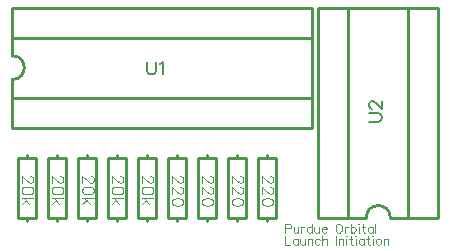
<source format=gto>
G04 ---------------------------- Layer name :TOP SILK LAYER*
G04 EasyEDA v5.7.22, Tue, 28 Aug 2018 22:53:05 GMT*
G04 1f8b3ca3c2ad4f10b54c6f686152f78d*
G04 Gerber Generator version 0.2*
G04 Scale: 100 percent, Rotated: No, Reflected: No *
G04 Dimensions in millimeters *
G04 leading zeros omitted , absolute positions ,3 integer and 3 decimal *
%FSLAX33Y33*%
%MOMM*%
G90*
G71D02*

%ADD10C,0.254000*%
%ADD14C,0.177800*%
%ADD15C,0.101600*%
%ADD16C,0.076200*%

%LPD*%
G54D10*
G01X26162Y22606D02*
G01X762Y22606D01*
G01X762Y12446D02*
G01X26162Y12446D01*
G01X26162Y22606D02*
G01X26162Y20066D01*
G01X762Y22606D02*
G01X762Y20066D01*
G01X762Y12446D02*
G01X762Y14986D01*
G01X762Y20066D02*
G01X26162Y20066D01*
G01X762Y20066D02*
G01X762Y18542D01*
G01X26162Y20066D02*
G01X26162Y14986D01*
G01X762Y14986D02*
G01X26162Y14986D01*
G01X762Y14986D02*
G01X762Y16510D01*
G01X26162Y14986D02*
G01X26162Y12446D01*
G01X26670Y22606D02*
G01X26670Y4826D01*
G01X36830Y4826D02*
G01X36830Y22606D01*
G01X26670Y22606D02*
G01X29210Y22606D01*
G01X26670Y4826D02*
G01X29210Y4826D01*
G01X36830Y4826D02*
G01X34290Y4826D01*
G01X29210Y4826D02*
G01X29210Y22606D01*
G01X29210Y4826D02*
G01X30734Y4826D01*
G01X29210Y22606D02*
G01X34290Y22606D01*
G01X34290Y4826D02*
G01X34290Y22606D01*
G01X34290Y4826D02*
G01X32766Y4826D01*
G01X34290Y22606D02*
G01X36830Y22606D01*
G01X13970Y4826D02*
G01X13970Y9906D01*
G01X13970Y9906D02*
G01X14732Y9906D01*
G01X14732Y9906D02*
G01X15494Y9906D01*
G01X15494Y9906D02*
G01X15494Y4826D01*
G01X15494Y4826D02*
G01X14732Y4826D01*
G01X14732Y4826D02*
G01X13970Y4826D01*
G01X14732Y9906D02*
G01X14732Y10160D01*
G01X14732Y4826D02*
G01X14732Y4572D01*
G01X16510Y4826D02*
G01X16510Y9906D01*
G01X16510Y9906D02*
G01X17272Y9906D01*
G01X17272Y9906D02*
G01X18034Y9906D01*
G01X18034Y9906D02*
G01X18034Y4826D01*
G01X18034Y4826D02*
G01X17272Y4826D01*
G01X17272Y4826D02*
G01X16510Y4826D01*
G01X17272Y9906D02*
G01X17272Y10160D01*
G01X17272Y4826D02*
G01X17272Y4572D01*
G01X19050Y4826D02*
G01X19050Y9906D01*
G01X19050Y9906D02*
G01X19812Y9906D01*
G01X19812Y9906D02*
G01X20574Y9906D01*
G01X20574Y9906D02*
G01X20574Y4826D01*
G01X20574Y4826D02*
G01X19812Y4826D01*
G01X19812Y4826D02*
G01X19050Y4826D01*
G01X19812Y9906D02*
G01X19812Y10160D01*
G01X19812Y4826D02*
G01X19812Y4572D01*
G01X21590Y4826D02*
G01X21590Y9906D01*
G01X21590Y9906D02*
G01X22352Y9906D01*
G01X22352Y9906D02*
G01X23114Y9906D01*
G01X23114Y9906D02*
G01X23114Y4826D01*
G01X23114Y4826D02*
G01X22352Y4826D01*
G01X22352Y4826D02*
G01X21590Y4826D01*
G01X22352Y9906D02*
G01X22352Y10160D01*
G01X22352Y4826D02*
G01X22352Y4572D01*
G01X1270Y4826D02*
G01X1270Y9906D01*
G01X1270Y9906D02*
G01X2032Y9906D01*
G01X2032Y9906D02*
G01X2794Y9906D01*
G01X2794Y9906D02*
G01X2794Y4826D01*
G01X2794Y4826D02*
G01X2032Y4826D01*
G01X2032Y4826D02*
G01X1270Y4826D01*
G01X2032Y9906D02*
G01X2032Y10160D01*
G01X2032Y4826D02*
G01X2032Y4572D01*
G01X3810Y4826D02*
G01X3810Y9906D01*
G01X3810Y9906D02*
G01X4572Y9906D01*
G01X4572Y9906D02*
G01X5334Y9906D01*
G01X5334Y9906D02*
G01X5334Y4826D01*
G01X5334Y4826D02*
G01X4572Y4826D01*
G01X4572Y4826D02*
G01X3810Y4826D01*
G01X4572Y9906D02*
G01X4572Y10160D01*
G01X4572Y4826D02*
G01X4572Y4572D01*
G01X6350Y4826D02*
G01X6350Y9906D01*
G01X6350Y9906D02*
G01X7112Y9906D01*
G01X7112Y9906D02*
G01X7874Y9906D01*
G01X7874Y9906D02*
G01X7874Y4826D01*
G01X7874Y4826D02*
G01X7112Y4826D01*
G01X7112Y4826D02*
G01X6350Y4826D01*
G01X7112Y9906D02*
G01X7112Y10160D01*
G01X7112Y4826D02*
G01X7112Y4572D01*
G01X8890Y4826D02*
G01X8890Y9906D01*
G01X8890Y9906D02*
G01X9652Y9906D01*
G01X9652Y9906D02*
G01X10414Y9906D01*
G01X10414Y9906D02*
G01X10414Y4826D01*
G01X10414Y4826D02*
G01X9652Y4826D01*
G01X9652Y4826D02*
G01X8890Y4826D01*
G01X9652Y9906D02*
G01X9652Y10160D01*
G01X9652Y4826D02*
G01X9652Y4572D01*
G01X11430Y4826D02*
G01X11430Y9906D01*
G01X11430Y9906D02*
G01X12192Y9906D01*
G01X12192Y9906D02*
G01X12954Y9906D01*
G01X12954Y9906D02*
G01X12954Y4826D01*
G01X12954Y4826D02*
G01X12192Y4826D01*
G01X12192Y4826D02*
G01X11430Y4826D01*
G01X12192Y9906D02*
G01X12192Y10160D01*
G01X12192Y4826D02*
G01X12192Y4572D01*
G54D14*
G01X12192Y18034D02*
G01X12192Y17256D01*
G01X12242Y17099D01*
G01X12346Y16995D01*
G01X12504Y16944D01*
G01X12608Y16944D01*
G01X12763Y16995D01*
G01X12867Y17099D01*
G01X12918Y17256D01*
G01X12918Y18034D01*
G01X13261Y17828D02*
G01X13365Y17879D01*
G01X13522Y18034D01*
G01X13522Y16944D01*
G01X30988Y12933D02*
G01X31765Y12933D01*
G01X31922Y12984D01*
G01X32026Y13088D01*
G01X32077Y13246D01*
G01X32077Y13350D01*
G01X32026Y13505D01*
G01X31922Y13609D01*
G01X31765Y13660D01*
G01X30988Y13660D01*
G01X31247Y14056D02*
G01X31193Y14056D01*
G01X31089Y14107D01*
G01X31038Y14160D01*
G01X30988Y14264D01*
G01X30988Y14470D01*
G01X31038Y14574D01*
G01X31089Y14627D01*
G01X31193Y14678D01*
G01X31297Y14678D01*
G01X31402Y14627D01*
G01X31559Y14523D01*
G01X32077Y14002D01*
G01X32077Y14731D01*
G54D15*
G01X2308Y8336D02*
G01X2354Y8336D01*
G01X2448Y8290D01*
G01X2494Y8242D01*
G01X2540Y8150D01*
G01X2540Y7965D01*
G01X2494Y7874D01*
G01X2448Y7828D01*
G01X2354Y7782D01*
G01X2263Y7782D01*
G01X2171Y7828D01*
G01X2032Y7919D01*
G01X1569Y8382D01*
G01X1569Y7734D01*
G01X2540Y7152D02*
G01X2494Y7292D01*
G01X2354Y7383D01*
G01X2126Y7429D01*
G01X1986Y7429D01*
G01X1755Y7383D01*
G01X1618Y7292D01*
G01X1569Y7152D01*
G01X1569Y7061D01*
G01X1618Y6921D01*
G01X1755Y6830D01*
G01X1986Y6784D01*
G01X2126Y6784D01*
G01X2354Y6830D01*
G01X2494Y6921D01*
G01X2540Y7061D01*
G01X2540Y7152D01*
G01X2540Y6479D02*
G01X1569Y6479D01*
G01X2217Y6017D02*
G01X1755Y6479D01*
G01X1940Y6294D02*
G01X1569Y5971D01*
G01X4848Y8336D02*
G01X4894Y8336D01*
G01X4988Y8290D01*
G01X5034Y8242D01*
G01X5079Y8150D01*
G01X5079Y7965D01*
G01X5034Y7874D01*
G01X4988Y7828D01*
G01X4894Y7782D01*
G01X4803Y7782D01*
G01X4711Y7828D01*
G01X4571Y7919D01*
G01X4109Y8382D01*
G01X4109Y7734D01*
G01X5079Y7152D02*
G01X5034Y7292D01*
G01X4894Y7383D01*
G01X4665Y7429D01*
G01X4526Y7429D01*
G01X4295Y7383D01*
G01X4157Y7292D01*
G01X4109Y7152D01*
G01X4109Y7061D01*
G01X4157Y6921D01*
G01X4295Y6830D01*
G01X4526Y6784D01*
G01X4665Y6784D01*
G01X4894Y6830D01*
G01X5034Y6921D01*
G01X5079Y7061D01*
G01X5079Y7152D01*
G01X5079Y6479D02*
G01X4109Y6479D01*
G01X4757Y6017D02*
G01X4295Y6479D01*
G01X4480Y6294D02*
G01X4109Y5971D01*
G01X7434Y8336D02*
G01X7480Y8336D01*
G01X7574Y8290D01*
G01X7620Y8242D01*
G01X7665Y8150D01*
G01X7665Y7965D01*
G01X7620Y7874D01*
G01X7574Y7828D01*
G01X7480Y7782D01*
G01X7388Y7782D01*
G01X7297Y7828D01*
G01X7157Y7919D01*
G01X6695Y8382D01*
G01X6695Y7734D01*
G01X7665Y7152D02*
G01X7620Y7292D01*
G01X7480Y7383D01*
G01X7251Y7429D01*
G01X7112Y7429D01*
G01X6880Y7383D01*
G01X6743Y7292D01*
G01X6695Y7152D01*
G01X6695Y7061D01*
G01X6743Y6921D01*
G01X6880Y6830D01*
G01X7112Y6784D01*
G01X7251Y6784D01*
G01X7480Y6830D01*
G01X7620Y6921D01*
G01X7665Y7061D01*
G01X7665Y7152D01*
G01X7665Y6479D02*
G01X6695Y6479D01*
G01X7343Y6017D02*
G01X6880Y6479D01*
G01X7066Y6294D02*
G01X6695Y5971D01*
G01X12468Y8336D02*
G01X12514Y8336D01*
G01X12608Y8290D01*
G01X12654Y8242D01*
G01X12699Y8150D01*
G01X12699Y7965D01*
G01X12654Y7874D01*
G01X12608Y7828D01*
G01X12514Y7782D01*
G01X12423Y7782D01*
G01X12331Y7828D01*
G01X12191Y7919D01*
G01X11729Y8382D01*
G01X11729Y7734D01*
G01X12699Y7152D02*
G01X12654Y7292D01*
G01X12514Y7383D01*
G01X12285Y7429D01*
G01X12146Y7429D01*
G01X11915Y7383D01*
G01X11777Y7292D01*
G01X11729Y7152D01*
G01X11729Y7061D01*
G01X11777Y6921D01*
G01X11915Y6830D01*
G01X12146Y6784D01*
G01X12285Y6784D01*
G01X12514Y6830D01*
G01X12654Y6921D01*
G01X12699Y7061D01*
G01X12699Y7152D01*
G01X12699Y6479D02*
G01X11729Y6479D01*
G01X12377Y6017D02*
G01X11915Y6479D01*
G01X12100Y6294D02*
G01X11729Y5971D01*
G01X9928Y8336D02*
G01X9974Y8336D01*
G01X10068Y8290D01*
G01X10114Y8242D01*
G01X10159Y8150D01*
G01X10159Y7965D01*
G01X10114Y7874D01*
G01X10068Y7828D01*
G01X9974Y7782D01*
G01X9883Y7782D01*
G01X9791Y7828D01*
G01X9651Y7919D01*
G01X9189Y8382D01*
G01X9189Y7734D01*
G01X10159Y7152D02*
G01X10114Y7292D01*
G01X9974Y7383D01*
G01X9745Y7429D01*
G01X9606Y7429D01*
G01X9375Y7383D01*
G01X9237Y7292D01*
G01X9189Y7152D01*
G01X9189Y7061D01*
G01X9237Y6921D01*
G01X9375Y6830D01*
G01X9606Y6784D01*
G01X9745Y6784D01*
G01X9974Y6830D01*
G01X10114Y6921D01*
G01X10159Y7061D01*
G01X10159Y7152D01*
G01X10159Y6479D02*
G01X9189Y6479D01*
G01X9837Y6017D02*
G01X9375Y6479D01*
G01X9560Y6294D02*
G01X9189Y5971D01*
G01X15008Y8336D02*
G01X15054Y8336D01*
G01X15148Y8290D01*
G01X15194Y8242D01*
G01X15240Y8150D01*
G01X15240Y7965D01*
G01X15194Y7874D01*
G01X15148Y7828D01*
G01X15054Y7782D01*
G01X14963Y7782D01*
G01X14871Y7828D01*
G01X14732Y7919D01*
G01X14269Y8382D01*
G01X14269Y7734D01*
G01X15008Y7383D02*
G01X15054Y7383D01*
G01X15148Y7338D01*
G01X15194Y7292D01*
G01X15240Y7200D01*
G01X15240Y7015D01*
G01X15194Y6921D01*
G01X15148Y6875D01*
G01X15054Y6830D01*
G01X14963Y6830D01*
G01X14871Y6875D01*
G01X14732Y6969D01*
G01X14269Y7429D01*
G01X14269Y6784D01*
G01X15240Y6202D02*
G01X15194Y6339D01*
G01X15054Y6433D01*
G01X14826Y6479D01*
G01X14686Y6479D01*
G01X14455Y6433D01*
G01X14318Y6339D01*
G01X14269Y6202D01*
G01X14269Y6108D01*
G01X14318Y5971D01*
G01X14455Y5880D01*
G01X14686Y5831D01*
G01X14826Y5831D01*
G01X15054Y5880D01*
G01X15194Y5971D01*
G01X15240Y6108D01*
G01X15240Y6202D01*
G01X17548Y8336D02*
G01X17594Y8336D01*
G01X17688Y8290D01*
G01X17734Y8242D01*
G01X17780Y8150D01*
G01X17780Y7965D01*
G01X17734Y7874D01*
G01X17688Y7828D01*
G01X17594Y7782D01*
G01X17503Y7782D01*
G01X17411Y7828D01*
G01X17272Y7919D01*
G01X16809Y8382D01*
G01X16809Y7734D01*
G01X17548Y7383D02*
G01X17594Y7383D01*
G01X17688Y7338D01*
G01X17734Y7292D01*
G01X17780Y7200D01*
G01X17780Y7015D01*
G01X17734Y6921D01*
G01X17688Y6875D01*
G01X17594Y6830D01*
G01X17503Y6830D01*
G01X17411Y6875D01*
G01X17272Y6969D01*
G01X16809Y7429D01*
G01X16809Y6784D01*
G01X17780Y6202D02*
G01X17734Y6339D01*
G01X17594Y6433D01*
G01X17366Y6479D01*
G01X17226Y6479D01*
G01X16995Y6433D01*
G01X16858Y6339D01*
G01X16809Y6202D01*
G01X16809Y6108D01*
G01X16858Y5971D01*
G01X16995Y5880D01*
G01X17226Y5831D01*
G01X17366Y5831D01*
G01X17594Y5880D01*
G01X17734Y5971D01*
G01X17780Y6108D01*
G01X17780Y6202D01*
G01X20088Y8336D02*
G01X20134Y8336D01*
G01X20228Y8290D01*
G01X20274Y8242D01*
G01X20320Y8150D01*
G01X20320Y7965D01*
G01X20274Y7874D01*
G01X20228Y7828D01*
G01X20134Y7782D01*
G01X20043Y7782D01*
G01X19951Y7828D01*
G01X19812Y7919D01*
G01X19349Y8382D01*
G01X19349Y7734D01*
G01X20088Y7383D02*
G01X20134Y7383D01*
G01X20228Y7338D01*
G01X20274Y7292D01*
G01X20320Y7200D01*
G01X20320Y7015D01*
G01X20274Y6921D01*
G01X20228Y6875D01*
G01X20134Y6830D01*
G01X20043Y6830D01*
G01X19951Y6875D01*
G01X19812Y6969D01*
G01X19349Y7429D01*
G01X19349Y6784D01*
G01X20320Y6202D02*
G01X20274Y6339D01*
G01X20134Y6433D01*
G01X19906Y6479D01*
G01X19766Y6479D01*
G01X19535Y6433D01*
G01X19398Y6339D01*
G01X19349Y6202D01*
G01X19349Y6108D01*
G01X19398Y5971D01*
G01X19535Y5880D01*
G01X19766Y5831D01*
G01X19906Y5831D01*
G01X20134Y5880D01*
G01X20274Y5971D01*
G01X20320Y6108D01*
G01X20320Y6202D01*
G01X22628Y8336D02*
G01X22674Y8336D01*
G01X22768Y8290D01*
G01X22814Y8242D01*
G01X22860Y8150D01*
G01X22860Y7965D01*
G01X22814Y7874D01*
G01X22768Y7828D01*
G01X22674Y7782D01*
G01X22583Y7782D01*
G01X22491Y7828D01*
G01X22352Y7919D01*
G01X21889Y8382D01*
G01X21889Y7734D01*
G01X22628Y7383D02*
G01X22674Y7383D01*
G01X22768Y7338D01*
G01X22814Y7292D01*
G01X22860Y7200D01*
G01X22860Y7015D01*
G01X22814Y6921D01*
G01X22768Y6875D01*
G01X22674Y6830D01*
G01X22583Y6830D01*
G01X22491Y6875D01*
G01X22352Y6969D01*
G01X21889Y7429D01*
G01X21889Y6784D01*
G01X22860Y6202D02*
G01X22814Y6339D01*
G01X22674Y6433D01*
G01X22446Y6479D01*
G01X22306Y6479D01*
G01X22075Y6433D01*
G01X21938Y6339D01*
G01X21889Y6202D01*
G01X21889Y6108D01*
G01X21938Y5971D01*
G01X22075Y5880D01*
G01X22306Y5831D01*
G01X22446Y5831D01*
G01X22674Y5880D01*
G01X22814Y5971D01*
G01X22860Y6108D01*
G01X22860Y6202D01*
G54D16*
G01X23876Y4285D02*
G01X23876Y3556D01*
G01X23876Y4285D02*
G01X24188Y4285D01*
G01X24292Y4249D01*
G01X24325Y4213D01*
G01X24361Y4145D01*
G01X24361Y4041D01*
G01X24325Y3972D01*
G01X24292Y3937D01*
G01X24188Y3904D01*
G01X23876Y3904D01*
G01X24589Y4041D02*
G01X24589Y3695D01*
G01X24625Y3591D01*
G01X24693Y3556D01*
G01X24798Y3556D01*
G01X24866Y3591D01*
G01X24970Y3695D01*
G01X24970Y4041D02*
G01X24970Y3556D01*
G01X25199Y4041D02*
G01X25199Y3556D01*
G01X25199Y3832D02*
G01X25234Y3937D01*
G01X25303Y4008D01*
G01X25372Y4041D01*
G01X25476Y4041D01*
G01X26121Y4285D02*
G01X26121Y3556D01*
G01X26121Y3937D02*
G01X26050Y4008D01*
G01X25981Y4041D01*
G01X25877Y4041D01*
G01X25808Y4008D01*
G01X25740Y3937D01*
G01X25704Y3832D01*
G01X25704Y3764D01*
G01X25740Y3660D01*
G01X25808Y3591D01*
G01X25877Y3556D01*
G01X25981Y3556D01*
G01X26050Y3591D01*
G01X26121Y3660D01*
G01X26349Y4041D02*
G01X26349Y3695D01*
G01X26382Y3591D01*
G01X26454Y3556D01*
G01X26555Y3556D01*
G01X26626Y3591D01*
G01X26730Y3695D01*
G01X26730Y4041D02*
G01X26730Y3556D01*
G01X26959Y3832D02*
G01X27373Y3832D01*
G01X27373Y3904D01*
G01X27340Y3972D01*
G01X27305Y4008D01*
G01X27236Y4041D01*
G01X27132Y4041D01*
G01X27063Y4008D01*
G01X26992Y3937D01*
G01X26959Y3832D01*
G01X26959Y3764D01*
G01X26992Y3660D01*
G01X27063Y3591D01*
G01X27132Y3556D01*
G01X27236Y3556D01*
G01X27305Y3591D01*
G01X27373Y3660D01*
G01X28343Y4285D02*
G01X28275Y4249D01*
G01X28206Y4180D01*
G01X28171Y4109D01*
G01X28135Y4008D01*
G01X28135Y3832D01*
G01X28171Y3728D01*
G01X28206Y3660D01*
G01X28275Y3591D01*
G01X28343Y3556D01*
G01X28483Y3556D01*
G01X28552Y3591D01*
G01X28620Y3660D01*
G01X28656Y3728D01*
G01X28689Y3832D01*
G01X28689Y4008D01*
G01X28656Y4109D01*
G01X28620Y4180D01*
G01X28552Y4249D01*
G01X28483Y4285D01*
G01X28343Y4285D01*
G01X28917Y4041D02*
G01X28917Y3556D01*
G01X28917Y3832D02*
G01X28953Y3937D01*
G01X29022Y4008D01*
G01X29093Y4041D01*
G01X29197Y4041D01*
G01X29425Y4285D02*
G01X29425Y3556D01*
G01X29425Y3937D02*
G01X29494Y4008D01*
G01X29563Y4041D01*
G01X29667Y4041D01*
G01X29735Y4008D01*
G01X29806Y3937D01*
G01X29839Y3832D01*
G01X29839Y3764D01*
G01X29806Y3660D01*
G01X29735Y3591D01*
G01X29667Y3556D01*
G01X29563Y3556D01*
G01X29494Y3591D01*
G01X29425Y3660D01*
G01X30068Y4285D02*
G01X30104Y4249D01*
G01X30137Y4285D01*
G01X30104Y4318D01*
G01X30068Y4285D01*
G01X30104Y4041D02*
G01X30104Y3556D01*
G01X30469Y4285D02*
G01X30469Y3695D01*
G01X30505Y3591D01*
G01X30573Y3556D01*
G01X30645Y3556D01*
G01X30365Y4041D02*
G01X30609Y4041D01*
G01X31287Y4041D02*
G01X31287Y3556D01*
G01X31287Y3937D02*
G01X31219Y4008D01*
G01X31150Y4041D01*
G01X31046Y4041D01*
G01X30975Y4008D01*
G01X30906Y3937D01*
G01X30873Y3832D01*
G01X30873Y3764D01*
G01X30906Y3660D01*
G01X30975Y3591D01*
G01X31046Y3556D01*
G01X31150Y3556D01*
G01X31219Y3591D01*
G01X31287Y3660D01*
G01X31516Y4285D02*
G01X31516Y3556D01*
G01X23876Y3268D02*
G01X23876Y2540D01*
G01X23876Y2540D02*
G01X24292Y2540D01*
G01X24935Y3025D02*
G01X24935Y2540D01*
G01X24935Y2921D02*
G01X24866Y2992D01*
G01X24798Y3025D01*
G01X24693Y3025D01*
G01X24625Y2992D01*
G01X24554Y2921D01*
G01X24521Y2816D01*
G01X24521Y2748D01*
G01X24554Y2644D01*
G01X24625Y2575D01*
G01X24693Y2540D01*
G01X24798Y2540D01*
G01X24866Y2575D01*
G01X24935Y2644D01*
G01X25163Y3025D02*
G01X25163Y2679D01*
G01X25199Y2575D01*
G01X25267Y2540D01*
G01X25372Y2540D01*
G01X25440Y2575D01*
G01X25544Y2679D01*
G01X25544Y3025D02*
G01X25544Y2540D01*
G01X25773Y3025D02*
G01X25773Y2540D01*
G01X25773Y2887D02*
G01X25877Y2992D01*
G01X25946Y3025D01*
G01X26050Y3025D01*
G01X26121Y2992D01*
G01X26154Y2887D01*
G01X26154Y2540D01*
G01X26799Y2921D02*
G01X26730Y2992D01*
G01X26659Y3025D01*
G01X26555Y3025D01*
G01X26487Y2992D01*
G01X26418Y2921D01*
G01X26382Y2816D01*
G01X26382Y2748D01*
G01X26418Y2644D01*
G01X26487Y2575D01*
G01X26555Y2540D01*
G01X26659Y2540D01*
G01X26730Y2575D01*
G01X26799Y2644D01*
G01X27028Y3268D02*
G01X27028Y2540D01*
G01X27028Y2887D02*
G01X27132Y2992D01*
G01X27200Y3025D01*
G01X27305Y3025D01*
G01X27373Y2992D01*
G01X27409Y2887D01*
G01X27409Y2540D01*
G01X28171Y3268D02*
G01X28171Y2540D01*
G01X28399Y3025D02*
G01X28399Y2540D01*
G01X28399Y2887D02*
G01X28503Y2992D01*
G01X28572Y3025D01*
G01X28676Y3025D01*
G01X28745Y2992D01*
G01X28780Y2887D01*
G01X28780Y2540D01*
G01X29009Y3268D02*
G01X29044Y3233D01*
G01X29077Y3268D01*
G01X29044Y3302D01*
G01X29009Y3268D01*
G01X29044Y3025D02*
G01X29044Y2540D01*
G01X29410Y3268D02*
G01X29410Y2679D01*
G01X29446Y2575D01*
G01X29514Y2540D01*
G01X29583Y2540D01*
G01X29306Y3025D02*
G01X29550Y3025D01*
G01X29811Y3268D02*
G01X29847Y3233D01*
G01X29883Y3268D01*
G01X29847Y3302D01*
G01X29811Y3268D01*
G01X29847Y3025D02*
G01X29847Y2540D01*
G01X30525Y3025D02*
G01X30525Y2540D01*
G01X30525Y2921D02*
G01X30457Y2992D01*
G01X30388Y3025D01*
G01X30284Y3025D01*
G01X30213Y2992D01*
G01X30144Y2921D01*
G01X30111Y2816D01*
G01X30111Y2748D01*
G01X30144Y2644D01*
G01X30213Y2575D01*
G01X30284Y2540D01*
G01X30388Y2540D01*
G01X30457Y2575D01*
G01X30525Y2644D01*
G01X30858Y3268D02*
G01X30858Y2679D01*
G01X30894Y2575D01*
G01X30962Y2540D01*
G01X31031Y2540D01*
G01X30754Y3025D02*
G01X30998Y3025D01*
G01X31259Y3268D02*
G01X31295Y3233D01*
G01X31330Y3268D01*
G01X31295Y3302D01*
G01X31259Y3268D01*
G01X31295Y3025D02*
G01X31295Y2540D01*
G01X31732Y3025D02*
G01X31661Y2992D01*
G01X31592Y2921D01*
G01X31559Y2816D01*
G01X31559Y2748D01*
G01X31592Y2644D01*
G01X31661Y2575D01*
G01X31732Y2540D01*
G01X31836Y2540D01*
G01X31904Y2575D01*
G01X31973Y2644D01*
G01X32009Y2748D01*
G01X32009Y2816D01*
G01X31973Y2921D01*
G01X31904Y2992D01*
G01X31836Y3025D01*
G01X31732Y3025D01*
G01X32237Y3025D02*
G01X32237Y2540D01*
G01X32237Y2887D02*
G01X32341Y2992D01*
G01X32410Y3025D01*
G01X32514Y3025D01*
G01X32583Y2992D01*
G01X32618Y2887D01*
G01X32618Y2540D01*
G54D10*
G75*
G01X762Y18542D02*
G2X762Y16510I0J-1016D01*
G01*
G75*
G01X30734Y4826D02*
G2X32766Y4826I1016J0D01*
G01*
M00*
M02*

</source>
